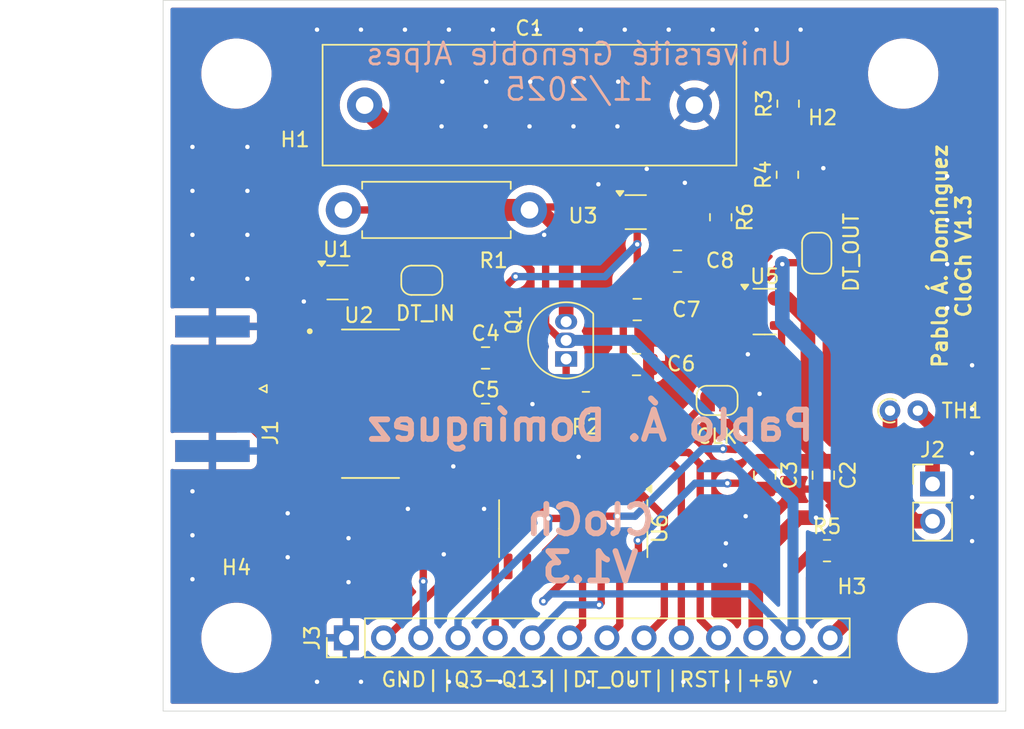
<source format=kicad_pcb>
(kicad_pcb (version 20240108) (generator "pcbnew") (generator_version "8.0")
  (layers (0 "F.Cu" signal) (31 "B.Cu" signal) (34 "B.Paste" user) (35 "F.Paste" user) (36 "B.SilkS" user "B.Silkscreen") (37 "F.SilkS" user "F.Silkscreen") (38 "B.Mask" user) (39 "F.Mask" user) (44 "Edge.Cuts" user))
  (net 0 "")
  (net 1 "Earth")
  (net 2 "+3.3V")
  (net 3 "Net-(J1-In)")
  (net 4 "Net-(J2-Pin_2)")
  (net 5 "Net-(J2-Pin_1)")
  (net 6 "Q4")
  (net 7 "Q7")
  (net 8 "Net-(Q1-D)")
  (net 9 "Q6")
  (net 10 "Q9")
  (net 11 "Q8")
  (net 12 "Q13")
  (net 13 "Q5")
  (net 14 "Q12")
  (net 15 "Q11")
  (net 16 "Q3")
  (net 17 "Net-(JP1-A)")
  (net 18 "DT_OUT")
  (net 19 "Net-(JP2-B)")
  (net 20 "Net-(JP3-B)")
  (net 21 "Net-(JP3-A)")
  (net 22 "RST")
  (net 23 "Net-(Q1-S)")
  (net 24 "Net-(U2-~{Mr})")
  (net 25 "Net-(U3-+)")
  (net 36 "Net-(U6-rs)")
  (footprint "Resistor_SMD:R_0805_2012Metric" (layer "F.Cu") (at 161.85 81.1 90)
    (property "Reference" "R3" (at 0 -1.65 90) (layer "F.SilkS"))
    (property "Value" "100K")
    (pad "1" smd roundrect (at -0.9125 0 90) (size 1.025 1.4) (layers "F.Cu" "F.Paste" "F.Mask") (roundrect_rratio 0.243902) (net 25 "Net-(U3-+)"))
    (pad "2" smd roundrect (at 0.9125 0 90) (size 1.025 1.4) (layers "F.Cu" "F.Paste" "F.Mask") (roundrect_rratio 0.243902) (net 2 "+3.3V"))
  )
  (footprint "Package_TO_SOT_THT:TO-92_Inline" (layer "F.Cu") (at 146.7 98.52 90)
    (property "Reference" "Q1" (at 2.67 -3.6 90) (layer "F.SilkS"))
    (property "Value" "2N7000")
    (pad "1" thru_hole rect (at 0 0 90) (size 1.05 1.5) (drill 0.75) (layers "*.Cu" "*.Mask") (net 23 "Net-(Q1-S)"))
    (pad "2" thru_hole oval (at 1.27 0 90) (size 1.05 1.5) (drill 0.75) (layers "*.Cu" "*.Mask") (net 22 "RST"))
    (pad "3" thru_hole oval (at 2.54 0 90) (size 1.05 1.5) (drill 0.75) (layers "*.Cu" "*.Mask") (net 8 "Net-(Q1-D)"))
  )
  (footprint "Capacitor_SMD:C_0805_2012Metric" (layer "F.Cu") (at 160.25 106.45 -90)
    (property "Reference" "C3" (at 0 -1.68 90) (layer "F.SilkS"))
    (property "Value" "10nF")
    (pad "1" smd roundrect (at -0.95 0 270) (size 1 1.45) (layers "F.Cu" "F.Paste" "F.Mask") (net 2 "+3.3V"))
    (pad "2" smd roundrect (at 0.95 0 270) (size 1 1.45) (layers "F.Cu" "F.Paste" "F.Mask") (net 1 "Earth"))
  )
  (footprint "MountingHole:MountingHole_4.3mm_M4_ISO7380" (layer "F.Cu") (at 171.7 117.55)
    (property "Reference" "H3" (at -5.5 -3.5 0) (layer "F.SilkS"))
    (property "Value" "MountingHole")
    (pad "" np_thru_hole circle (at 0 0) (size 4.3 4.3) (drill 4.3) (layers "*.Cu" "*.Mask"))
  )
  (footprint "Package_TO_SOT_SMD:SOT-353_SC-70-5" (layer "F.Cu") (at 131.1 93.3)
    (property "Reference" "U1" (at 0 -2.25 0) (layer "F.SilkS"))
    (property "Value" "74AHC1G04")
    (pad "1" smd roundrect (at -0.95 -0.65) (size 0.65 0.4) (layers "F.Cu" "F.Paste" "F.Mask"))
    (pad "2" smd roundrect (at -0.95 0) (size 0.65 0.4) (layers "F.Cu" "F.Paste" "F.Mask") (net 22 "RST"))
    (pad "3" smd roundrect (at -0.95 0.65) (size 0.65 0.4) (layers "F.Cu" "F.Paste" "F.Mask") (net 1 "Earth"))
    (pad "4" smd roundrect (at 0.95 0.65) (size 0.65 0.4) (layers "F.Cu" "F.Paste" "F.Mask") (net 24 "Net-(U2-~{Mr})"))
    (pad "5" smd roundrect (at 0.95 -0.65) (size 0.65 0.4) (layers "F.Cu" "F.Paste" "F.Mask") (net 2 "+3.3V"))
  )
  (footprint "cosas:SOIC127P600X175-16N" (layer "F.Cu") (at 133.35 101.575)
    (property "Reference" "U2" (at -0.795 -6.035 0) (layer "F.SilkS"))
    (property "Value" "74LS175")
    (pad "1" smd roundrect (at -2.475 -4.445) (size 1.97 0.6) (layers "F.Cu" "F.Paste" "F.Mask") (roundrect_rratio 0.125) (net 24 "Net-(U2-~{Mr})"))
    (pad "2" smd roundrect (at -2.475 -3.175) (size 1.97 0.6) (layers "F.Cu" "F.Paste" "F.Mask") (roundrect_rratio 0.125) (net 21 "Net-(JP3-A)"))
    (pad "3" smd roundrect (at -2.475 -1.905) (size 1.97 0.6) (layers "F.Cu" "F.Paste" "F.Mask") (roundrect_rratio 0.125))
    (pad "4" smd roundrect (at -2.475 -0.635) (size 1.97 0.6) (layers "F.Cu" "F.Paste" "F.Mask") (roundrect_rratio 0.125) (net 2 "+3.3V"))
    (pad "5" smd roundrect (at -2.475 0.635) (size 1.97 0.6) (layers "F.Cu" "F.Paste" "F.Mask") (roundrect_rratio 0.125))
    (pad "6" smd roundrect (at -2.475 1.905) (size 1.97 0.6) (layers "F.Cu" "F.Paste" "F.Mask") (roundrect_rratio 0.125))
    (pad "7" smd roundrect (at -2.475 3.175) (size 1.97 0.6) (layers "F.Cu" "F.Paste" "F.Mask") (roundrect_rratio 0.125))
    (pad "8" smd roundrect (at -2.475 4.445) (size 1.97 0.6) (layers "F.Cu" "F.Paste" "F.Mask") (roundrect_rratio 0.125) (net 1 "Earth"))
    (pad "9" smd roundrect (at 2.475 4.445) (size 1.97 0.6) (layers "F.Cu" "F.Paste" "F.Mask") (roundrect_rratio 0.125) (net 3 "Net-(J1-In)"))
    (pad "10" smd roundrect (at 2.475 3.175) (size 1.97 0.6) (layers "F.Cu" "F.Paste" "F.Mask") (roundrect_rratio 0.125))
    (pad "11" smd roundrect (at 2.475 1.905) (size 1.97 0.6) (layers "F.Cu" "F.Paste" "F.Mask") (roundrect_rratio 0.125))
    (pad "12" smd roundrect (at 2.475 0.635) (size 1.97 0.6) (layers "F.Cu" "F.Paste" "F.Mask") (roundrect_rratio 0.125))
    (pad "13" smd roundrect (at 2.475 -0.635) (size 1.97 0.6) (layers "F.Cu" "F.Paste" "F.Mask") (roundrect_rratio 0.125))
    (pad "14" smd roundrect (at 2.475 -1.905) (size 1.97 0.6) (layers "F.Cu" "F.Paste" "F.Mask") (roundrect_rratio 0.125))
    (pad "15" smd roundrect (at 2.475 -3.175) (size 1.97 0.6) (layers "F.Cu" "F.Paste" "F.Mask") (roundrect_rratio 0.125))
    (pad "16" smd roundrect (at 2.475 -4.445) (size 1.97 0.6) (layers "F.Cu" "F.Paste" "F.Mask") (roundrect_rratio 0.125) (net 2 "+3.3V"))
  )
  (footprint "Capacitor_SMD:C_0805_2012Metric" (layer "F.Cu") (at 141.2 102.3)
    (property "Reference" "C5" (at 0 -1.68 0) (layer "F.SilkS"))
    (property "Value" "10nF")
    (pad "1" smd roundrect (at -0.95 0) (size 1 1.45) (layers "F.Cu" "F.Paste" "F.Mask") (net 2 "+3.3V"))
    (pad "2" smd roundrect (at 0.95 0) (size 1 1.45) (layers "F.Cu" "F.Paste" "F.Mask") (net 1 "Earth"))
  )
  (footprint "Jumper:SolderJumper-2_P1.3mm_Open_RoundedPad1.0x1.5mm" (layer "F.Cu") (at 157 101.35)
    (property "Reference" "JP2" (hide yes))
    (property "Value" "Jumper_2_Open")
    (property "Description" "CLK" (at 0 2.45 0) (layer "F.SilkS"))
    (pad "1" smd custom (at -0.65 0) (size 1 0.5) (layers "F.Cu" "F.Mask") (net 3 "Net-(J1-In)") (options (clearance outline) (anchor rect)) (primitives (gr_circle (center 0 0.25) (end 0.5 0.25) (width 0) (fill yes)) (gr_circle (center 0 -0.25) (end 0.5 -0.25) (width 0) (fill yes)) (gr_poly (pts (xy 0.5 0.75) (xy 0 0.75) (xy 0 -0.75) (xy 0.5 -0.75)) (width 0) (fill yes))))
    (pad "2" smd custom (at 0.65 0) (size 1 0.5) (layers "F.Cu" "F.Mask") (net 19 "Net-(JP2-B)") (options (clearance outline) (anchor rect)) (primitives (gr_circle (center 0 0.25) (end 0.5 0.25) (width 0) (fill yes)) (gr_circle (center 0 -0.25) (end 0.5 -0.25) (width 0) (fill yes)) (gr_poly (pts (xy 0 0.75) (xy -0.5 0.75) (xy -0.5 -0.75) (xy 0 -0.75)) (width 0) (fill yes))))
  )
  (footprint "Package_TO_SOT_SMD:SC-74A-5_1.55x2.9mm_P0.95mm" (layer "F.Cu") (at 160.25 95.2875)
    (property "Reference" "U5" (at 0 -2.4 0) (layer "F.SilkS"))
    (property "Value" "74AHC1G08")
    (pad "1" smd roundrect (at -1.15 -0.95) (size 1.6 0.6) (layers "F.Cu" "F.Paste" "F.Mask") (net 18 "DT_OUT"))
    (pad "2" smd roundrect (at -1.15 0) (size 1.6 0.6) (layers "F.Cu" "F.Paste" "F.Mask") (net 19 "Net-(JP2-B)"))
    (pad "3" smd roundrect (at -1.15 0.95) (size 1.6 0.6) (layers "F.Cu" "F.Paste" "F.Mask") (net 1 "Earth"))
    (pad "4" smd roundrect (at 1.15 0.95) (size 1.6 0.6) (layers "F.Cu" "F.Paste" "F.Mask") (net 36 "Net-(U6-rs)"))
    (pad "5" smd roundrect (at 1.15 -0.95) (size 1.6 0.6) (layers "F.Cu" "F.Paste" "F.Mask") (net 2 "+3.3V"))
  )
  (footprint "Resistor_SMD:R_0805_2012Metric" (layer "F.Cu") (at 164.5 111.6)
    (property "Reference" "R5" (at 0 -1.65 0) (layer "F.SilkS"))
    (property "Value" "100k")
    (pad "1" smd roundrect (at -0.9125 0) (size 1.025 1.4) (layers "F.Cu" "F.Paste" "F.Mask") (roundrect_rratio 0.243902) (net 22 "RST"))
    (pad "2" smd roundrect (at 0.9125 0) (size 1.025 1.4) (layers "F.Cu" "F.Paste" "F.Mask") (roundrect_rratio 0.243902) (net 1 "Earth"))
  )
  (footprint "Jumper:SolderJumper-2_P1.3mm_Open_RoundedPad1.0x1.5mm" (layer "F.Cu") (at 136.85 93.15)
    (property "Reference" "JP3" (hide yes))
    (property "Value" "Jumper_2_Open")
    (property "Description" "DT_IN" (at 0.25 2.25 0) (layer "F.SilkS"))
    (pad "1" smd custom (at -0.65 0) (size 1 0.5) (layers "F.Cu" "F.Mask") (net 21 "Net-(JP3-A)") (options (clearance outline) (anchor rect)) (primitives (gr_circle (center 0 0.25) (end 0.5 0.25) (width 0) (fill yes)) (gr_circle (center 0 -0.25) (end 0.5 -0.25) (width 0) (fill yes)) (gr_poly (pts (xy 0.5 0.75) (xy 0 0.75) (xy 0 -0.75) (xy 0.5 -0.75)) (width 0) (fill yes))))
    (pad "2" smd custom (at 0.65 0) (size 1 0.5) (layers "F.Cu" "F.Mask") (net 20 "Net-(JP3-B)") (options (clearance outline) (anchor rect)) (primitives (gr_circle (center 0 0.25) (end 0.5 0.25) (width 0) (fill yes)) (gr_circle (center 0 -0.25) (end 0.5 -0.25) (width 0) (fill yes)) (gr_poly (pts (xy 0 0.75) (xy -0.5 0.75) (xy -0.5 -0.75) (xy 0 -0.75)) (width 0) (fill yes))))
  )
  (footprint "Connector_PinHeader_2.54mm:PinHeader_1x02_P2.54mm_Vertical" (layer "F.Cu") (at 171.705 107.05)
    (property "Reference" "J2" (at 0 -2.33 0) (layer "F.SilkS"))
    (property "Value" "Conn_01x02_Pin")
    (pad "1" thru_hole rect (at 0 0) (size 1.7 1.7) (drill 1) (layers "*.Cu" "*.Mask") (net 5 "Net-(J2-Pin_1)"))
    (pad "2" thru_hole oval (at 0 2.54) (size 1.7 1.7) (drill 1) (layers "*.Cu" "*.Mask") (net 4 "Net-(J2-Pin_2)"))
  )
  (footprint "Resistor_SMD:R_0805_2012Metric" (layer "F.Cu") (at 161.8 85.95 90)
    (property "Reference" "R4" (at 0 -1.65 90) (layer "F.SilkS"))
    (property "Value" "220K")
    (pad "1" smd roundrect (at -0.9125 0 90) (size 1.025 1.4) (layers "F.Cu" "F.Paste" "F.Mask") (roundrect_rratio 0.243902) (net 1 "Earth"))
    (pad "2" smd roundrect (at 0.9125 0 90) (size 1.025 1.4) (layers "F.Cu" "F.Paste" "F.Mask") (roundrect_rratio 0.243902) (net 25 "Net-(U3-+)"))
  )
  (footprint "Connector_PinHeader_2.54mm:PinHeader_1x14_P2.54mm_Vertical" (layer "F.Cu") (at 131.7 117.55 90)
    (property "Reference" "J3" (at 0 -2.33 90) (layer "F.SilkS"))
    (property "Value" "Conn_01x14_Pin")
    (property "Description" "GND||Q3-Q13||DT_OUT||RST||+5V" (at -2.85 16.4 0) (layer "F.SilkS"))
    (pad "1" thru_hole rect (at 0 0 90) (size 1.7 1.7) (drill 1) (layers "*.Cu" "*.Mask") (net 1 "Earth"))
    (pad "2" thru_hole oval (at 0 2.54 90) (size 1.7 1.7) (drill 1) (layers "*.Cu" "*.Mask") (net 16 "Q3"))
    (pad "3" thru_hole oval (at 0 5.08 90) (size 1.7 1.7) (drill 1) (layers "*.Cu" "*.Mask") (net 6 "Q4"))
    (pad "4" thru_hole oval (at 0 7.62 90) (size 1.7 1.7) (drill 1) (layers "*.Cu" "*.Mask") (net 13 "Q5"))
    (pad "5" thru_hole oval (at 0 10.16 90) (size 1.7 1.7) (drill 1) (layers "*.Cu" "*.Mask") (net 9 "Q6"))
    (pad "6" thru_hole oval (at 0 12.7 90) (size 1.7 1.7) (drill 1) (layers "*.Cu" "*.Mask") (net 7 "Q7"))
    (pad "7" thru_hole oval (at 0 15.24 90) (size 1.7 1.7) (drill 1) (layers "*.Cu" "*.Mask") (net 11 "Q8"))
    (pad "8" thru_hole oval (at 0 17.78 90) (size 1.7 1.7) (drill 1) (layers "*.Cu" "*.Mask") (net 10 "Q9"))
    (pad "9" thru_hole oval (at 0 20.32 90) (size 1.7 1.7) (drill 1) (layers "*.Cu" "*.Mask") (net 15 "Q11"))
    (pad "10" thru_hole oval (at 0 22.86 90) (size 1.7 1.7) (drill 1) (layers "*.Cu" "*.Mask") (net 14 "Q12"))
    (pad "11" thru_hole oval (at 0 25.4 90) (size 1.7 1.7) (drill 1) (layers "*.Cu" "*.Mask") (net 12 "Q13"))
    (pad "12" thru_hole oval (at 0 27.94 90) (size 1.7 1.7) (drill 1) (layers "*.Cu" "*.Mask") (net 18 "DT_OUT"))
    (pad "13" thru_hole oval (at 0 30.48 90) (size 1.7 1.7) (drill 1) (layers "*.Cu" "*.Mask") (net 22 "RST"))
    (pad "14" thru_hole oval (at 0 33.02 90) (size 1.7 1.7) (drill 1) (layers "*.Cu" "*.Mask") (net 2 "+3.3V"))
  )
  (footprint "MountingHole:MountingHole_4.3mm_M4_ISO7380" (layer "F.Cu") (at 169.7 79.05)
    (property "Reference" "H2" (at -5.5 3 0) (layer "F.SilkS"))
    (property "Value" "MountingHole")
    (pad "" np_thru_hole circle (at 0 0) (size 4.3 4.3) (drill 4.3) (layers "*.Cu" "*.Mask"))
  )
  (footprint "Package_TO_SOT_SMD:SOT-353_SC-70-5" (layer "F.Cu") (at 151.45 88.5)
    (property "Reference" "U3" (at -3.6 0.25 0) (layer "F.SilkS"))
    (property "Value" "LMV331")
    (pad "1" smd roundrect (at -0.95 -0.65) (size 0.65 0.4) (layers "F.Cu" "F.Paste" "F.Mask") (net 25 "Net-(U3-+)"))
    (pad "2" smd roundrect (at -0.95 0) (size 0.65 0.4) (layers "F.Cu" "F.Paste" "F.Mask") (net 1 "Earth"))
    (pad "3" smd roundrect (at -0.95 0.65) (size 0.65 0.4) (layers "F.Cu" "F.Paste" "F.Mask") (net 8 "Net-(Q1-D)"))
    (pad "4" smd roundrect (at 0.95 0.65) (size 0.65 0.4) (layers "F.Cu" "F.Paste" "F.Mask") (net 17 "Net-(JP1-A)"))
    (pad "5" smd roundrect (at 0.95 -0.65) (size 0.65 0.4) (layers "F.Cu" "F.Paste" "F.Mask") (net 2 "+3.3V"))
  )
  (footprint "Resistor_THT:R_Axial_DIN0411_L9.9mm_D3.6mm_P12.70mm_Horizontal" (layer "F.Cu") (at 131.5 88.35)
    (property "Reference" "R1" (at 10.25 3.45 0) (layer "F.SilkS"))
    (property "Value" "1M")
    (pad "1" thru_hole circle (at 0 0) (size 2.4 2.4) (drill 1.2) (layers "*.Cu" "*.Mask") (net 20 "Net-(JP3-B)"))
    (pad "2" thru_hole oval (at 12.7 0) (size 2.4 2.4) (drill 1.2) (layers "*.Cu" "*.Mask") (net 8 "Net-(Q1-D)"))
  )
  (footprint "MountingHole:MountingHole_4.3mm_M4_ISO7380" (layer "F.Cu") (at 124.2 79.05)
    (property "Reference" "H1" (at 4 4.5 0) (layer "F.SilkS"))
    (property "Value" "MountingHole")
    (pad "" np_thru_hole circle (at 0 0) (size 4.3 4.3) (drill 4.3) (layers "*.Cu" "*.Mask"))
  )
  (footprint "Capacitor_SMD:C_0805_2012Metric" (layer "F.Cu") (at 151.5 98.9)
    (property "Reference" "C6" (at 3.05 -0.05 360) (layer "F.SilkS"))
    (property "Value" "100nF")
    (pad "1" smd roundrect (at -0.95 0) (size 1 1.45) (layers "F.Cu" "F.Paste" "F.Mask") (net 2 "+3.3V"))
    (pad "2" smd roundrect (at 0.95 0) (size 1 1.45) (layers "F.Cu" "F.Paste" "F.Mask") (net 1 "Earth"))
  )
  (footprint "Capacitor_SMD:C_0805_2012Metric" (layer "F.Cu") (at 154.3 91.85 180)
    (property "Reference" "C8" (at -2.9 0.05 360) (layer "F.SilkS"))
    (property "Value" "2.2uF")
    (pad "1" smd roundrect (at -0.95 0 180) (size 1 1.45) (layers "F.Cu" "F.Paste" "F.Mask") (net 17 "Net-(JP1-A)"))
    (pad "2" smd roundrect (at 0.95 0 180) (size 1 1.45) (layers "F.Cu" "F.Paste" "F.Mask") (net 1 "Earth"))
  )
  (footprint "Package_SO:SO-16_3.9x9.9mm_P1.27mm" (layer "F.Cu") (at 147.185 110.1 -90)
    (property "Reference" "U6" (at 0 -5.9 90) (layer "F.SilkS"))
    (property "Value" "74HC4060")
    (pad "1" smd roundrect (at -2.575 -4.445 270) (size 1.75 0.6) (layers "F.Cu" "F.Paste" "F.Mask") (net 15 "Q11"))
    (pad "2" smd roundrect (at -2.575 -3.175 270) (size 1.75 0.6) (layers "F.Cu" "F.Paste" "F.Mask") (net 14 "Q12"))
    (pad "3" smd roundrect (at -2.575 -1.905 270) (size 1.75 0.6) (layers "F.Cu" "F.Paste" "F.Mask") (net 12 "Q13"))
    (pad "4" smd roundrect (at -2.575 -0.635 270) (size 1.75 0.6) (layers "F.Cu" "F.Paste" "F.Mask") (net 13 "Q5"))
    (pad "5" smd roundrect (at -2.575 0.635 270) (size 1.75 0.6) (layers "F.Cu" "F.Paste" "F.Mask") (net 6 "Q4"))
    (pad "6" smd roundrect (at -2.575 1.905 270) (size 1.75 0.6) (layers "F.Cu" "F.Paste" "F.Mask") (net 9 "Q6"))
    (pad "7" smd roundrect (at -2.575 3.175 270) (size 1.75 0.6) (layers "F.Cu" "F.Paste" "F.Mask") (net 16 "Q3"))
    (pad "8" smd roundrect (at -2.575 4.445 270) (size 1.75 0.6) (layers "F.Cu" "F.Paste" "F.Mask") (net 1 "Earth"))
    (pad "9" smd roundrect (at 2.575 4.445 270) (size 1.75 0.6) (layers "F.Cu" "F.Paste" "F.Mask"))
    (pad "10" smd roundrect (at 2.575 3.175 270) (size 1.75 0.6) (layers "F.Cu" "F.Paste" "F.Mask"))
    (pad "11" smd roundrect (at 2.575 1.905 270) (size 1.75 0.6) (layers "F.Cu" "F.Paste" "F.Mask") (net 36 "Net-(U6-rs)"))
    (pad "12" smd roundrect (at 2.575 0.635 270) (size 1.75 0.6) (layers "F.Cu" "F.Paste" "F.Mask") (net 22 "RST"))
    (pad "13" smd roundrect (at 2.575 -0.635 270) (size 1.75 0.6) (layers "F.Cu" "F.Paste" "F.Mask") (net 11 "Q8"))
    (pad "14" smd roundrect (at 2.575 -1.905 270) (size 1.75 0.6) (layers "F.Cu" "F.Paste" "F.Mask") (net 7 "Q7"))
    (pad "15" smd roundrect (at 2.575 -3.175 270) (size 1.75 0.6) (layers "F.Cu" "F.Paste" "F.Mask") (net 10 "Q9"))
    (pad "16" smd roundrect (at 2.575 -4.445 270) (size 1.75 0.6) (layers "F.Cu" "F.Paste" "F.Mask") (net 2 "+3.3V"))
  )
  (footprint "Jumper:SolderJumper-2_P1.3mm_Open_RoundedPad1.0x1.5mm" (layer "F.Cu") (at 163.8 91.3 -90)
    (property "Reference" "JP1" (hide yes))
    (property "Value" "Jumper_2_Open")
    (property "Description" "DT_OUT" (at -0.05 -2.35 90) (layer "F.SilkS"))
    (pad "1" smd custom (at -0.65 0 270) (size 1 0.5) (layers "F.Cu" "F.Mask") (net 17 "Net-(JP1-A)") (options (clearance outline) (anchor rect)) (primitives (gr_circle (center 0 0.25) (end 0.5 0.25) (width 0) (fill yes)) (gr_circle (center 0 -0.25) (end 0.5 -0.25) (width 0) (fill yes)) (gr_poly (pts (xy 0.5 0.75) (xy 0 0.75) (xy 0 -0.75) (xy 0.5 -0.75)) (width 0) (fill yes))))
    (pad "2" smd custom (at 0.65 0 270) (size 1 0.5) (layers "F.Cu" "F.Mask") (net 18 "DT_OUT") (options (clearance outline) (anchor rect)) (primitives (gr_circle (center 0 0.25) (end 0.5 0.25) (width 0) (fill yes)) (gr_circle (center 0 -0.25) (end 0.5 -0.25) (width 0) (fill yes)) (gr_poly (pts (xy 0 0.75) (xy -0.5 0.75) (xy -0.5 -0.75) (xy 0 -0.75)) (width 0) (fill yes))))
  )
  (footprint "Connector_Coaxial:SMA_Amphenol_132289_EdgeMount" (layer "F.Cu") (at 122.5625 100.55 180)
    (property "Reference" "J1" (at -3.96 -3 90) (layer "F.SilkS"))
    (property "Value" "Conn_Coaxial")
    (pad "1" smd rect (at 0 0 270) (size 1.5 5.08) (layers "F.Cu" "F.Paste" "F.Mask") (net 3 "Net-(J1-In)"))
    (pad "2" smd rect (at 0 -4.25 270) (size 1.5 5.08) (layers "F.Cu" "F.Paste" "F.Mask") (net 1 "Earth"))
    (pad "2" smd rect (at 0 -4.25 270) (size 1.5 5.08) (layers "B.Cu" "B.Paste" "B.Mask") (net 1 "Earth"))
    (pad "2" smd rect (at 0 4.25 270) (size 1.5 5.08) (layers "F.Cu" "F.Paste" "F.Mask") (net 1 "Earth"))
    (pad "2" smd rect (at 0 4.25 270) (size 1.5 5.08) (layers "B.Cu" "B.Paste" "B.Mask") (net 1 "Earth"))
  )
  (footprint "MountingHole:MountingHole_4.3mm_M4_ISO7380" (layer "F.Cu") (at 124.2 117.55)
    (property "Reference" "H4" (at 0 -4.8 0) (layer "F.SilkS"))
    (property "Value" "MountingHole")
    (pad "" np_thru_hole circle (at 0 0) (size 4.3 4.3) (drill 4.3) (layers "*.Cu" "*.Mask"))
  )
  (footprint "Capacitor_SMD:C_0805_2012Metric" (layer "F.Cu") (at 164.25 106.45 -90)
    (property "Reference" "C2" (at 0 -1.68 90) (layer "F.SilkS"))
    (property "Value" "100nF")
    (pad "1" smd roundrect (at -0.95 0 270) (size 1 1.45) (layers "F.Cu" "F.Paste" "F.Mask") (net 2 "+3.3V"))
    (pad "2" smd roundrect (at 0.95 0 270) (size 1 1.45) (layers "F.Cu" "F.Paste" "F.Mask") (net 1 "Earth"))
  )
  (footprint "Capacitor_THT:C_Rect_L28.0mm_W8.0mm_P22.50mm_MKS4" (layer "F.Cu") (at 132.95 81.2)
    (property "Reference" "C1" (at 11.25 -5.25 0) (layer "F.SilkS"))
    (property "Value" "12uF")
    (pad "1" thru_hole circle (at 0 0) (size 2.4 2.4) (drill 1.2) (layers "*.Cu" "*.Mask") (net 8 "Net-(Q1-D)"))
    (pad "2" thru_hole circle (at 22.5 0) (size 2.4 2.4) (drill 1.2) (layers "*.Cu" "*.Mask") (net 1 "Earth"))
  )
  (footprint "Resistor_SMD:R_0805_2012Metric" (layer "F.Cu") (at 157.25 88.85 -90)
    (property "Reference" "R6" (at 0 -1.65 90) (layer "F.SilkS"))
    (property "Value" "100k")
    (pad "1" smd roundrect (at -0.9125 0 270) (size 1.025 1.4) (layers "F.Cu" "F.Paste" "F.Mask") (roundrect_rratio 0.243902) (net 2 "+3.3V"))
    (pad "2" smd roundrect (at 0.9125 0 270) (size 1.025 1.4) (layers "F.Cu" "F.Paste" "F.Mask") (roundrect_rratio 0.243902) (net 17 "Net-(JP1-A)"))
  )
  (footprint "Resistor_THT:R_Axial_DIN0204_L3.6mm_D1.6mm_P1.90mm_Vertical" (layer "F.Cu") (at 168.8 102.05)
    (property "Reference" "TH1" (at 4.905 0 0) (layer "F.SilkS"))
    (property "Value" "PT1000")
    (pad "1" thru_hole circle (at 0 0) (size 1.4 1.4) (drill 0.7) (layers "*.Cu" "*.Mask") (net 4 "Net-(J2-Pin_2)"))
    (pad "2" thru_hole oval (at 1.9 0) (size 1.4 1.4) (drill 0.7) (layers "*.Cu" "*.Mask") (net 5 "Net-(J2-Pin_1)"))
  )
  (footprint "Capacitor_SMD:C_0805_2012Metric" (layer "F.Cu") (at 151.55 95.15)
    (property "Reference" "C7" (at 3.35 0 360) (layer "F.SilkS"))
    (property "Value" "10nF")
    (pad "1" smd roundrect (at -0.95 0) (size 1 1.45) (layers "F.Cu" "F.Paste" "F.Mask") (net 2 "+3.3V"))
    (pad "2" smd roundrect (at 0.95 0) (size 1 1.45) (layers "F.Cu" "F.Paste" "F.Mask") (net 1 "Earth"))
  )
  (footprint "Resistor_SMD:R_0805_2012Metric" (layer "F.Cu") (at 148.05 101.5 180)
    (property "Reference" "R2" (at 0 -1.65 0) (layer "F.SilkS"))
    (property "Value" "10R")
    (pad "1" smd roundrect (at -0.9125 0 180) (size 1.025 1.4) (layers "F.Cu" "F.Paste" "F.Mask") (roundrect_rratio 0.243902) (net 1 "Earth"))
    (pad "2" smd roundrect (at 0.9125 0 180) (size 1.025 1.4) (layers "F.Cu" "F.Paste" "F.Mask") (roundrect_rratio 0.243902) (net 23 "Net-(Q1-S)"))
  )
  (footprint "Capacitor_SMD:C_0805_2012Metric" (layer "F.Cu") (at 141.2 98.45)
    (property "Reference" "C4" (at 0 -1.68 0) (layer "F.SilkS"))
    (property "Value" "1uF")
    (pad "1" smd roundrect (at -0.95 0) (size 1 1.45) (layers "F.Cu" "F.Paste" "F.Mask") (net 2 "+3.3V"))
    (pad "2" smd roundrect (at 0.95 0) (size 1 1.45) (layers "F.Cu" "F.Paste" "F.Mask") (net 1 "Earth"))
  )
  (gr_line (start 176.7 74.05) (end 176.7 122.55) (stroke (width 0.05)) (layer "Edge.Cuts"))
  (gr_line (start 176.7 122.55) (end 119.2 122.55) (stroke (width 0.05)) (layer "Edge.Cuts"))
  (gr_line (start 119.2 74.05) (end 176.7 74.05) (stroke (width 0.05)) (layer "Edge.Cuts"))
  (gr_line (start 119.2 122.55) (end 119.2 74.05) (stroke (width 0.05)) (layer "Edge.Cuts"))
  (gr_text "Pablo Á. Domínguez\n\nCloCh\nV1.3" (at 148.35 113.9 0) (layer "B.SilkS") (effects (font (size 2 2) (thickness 0.4) (bold yes)) (justify bottom mirror)))
  (gr_text "Université Grenoble Alpes\n11/2025" (at 147.6 81 0) (layer "B.SilkS") (effects (font (size 1.5 1.5) (thickness 0.1875)) (justify bottom mirror)))
  (gr_text "Pablo Á. Domínguez\nCloCh V1.3" (at 174.4 91.5 90) (layer "F.SilkS") (effects (font (size 1 1) (thickness 0.2) (bold yes)) (justify bottom)))
  (segment (start 150.175001 88.5) (end 148.9 87.224999) (width 0.25) (layer "F.Cu") (net 1))
  (segment (start 142.15 102.3) (end 142.85 101.6) (width 0.5) (layer "F.Cu") (net 1))
  (segment (start 142.85 101.6) (end 144.4 101.6) (width 0.5) (layer "F.Cu") (net 1))
  (segment (start 165.5 108.65) (end 164.25 107.4) (width 1) (layer "F.Cu") (net 1))
  (segment (start 150.5 88.5) (end 150.175001 88.5) (width 0.25) (layer "F.Cu") (net 1))
  (segment (start 165.5 111.5125) (end 165.5 108.65) (width 1) (layer "F.Cu") (net 1))
  (segment (start 165.4125 111.6) (end 165.5 111.5125) (width 1) (layer "F.Cu") (net 1))
  (segment (start 144.4 101.6) (end 144.45 101.6) (width 0.5) (layer "F.Cu") (net 1))
  (segment (start 129.45 93.95) (end 128.8 94.6) (width 0.25) (layer "F.Cu") (net 1))
  (segment (start 130.15 93.95) (end 129.45 93.95) (width 0.25) (layer "F.Cu") (net 1))
  (segment (start 148.9 87.224999) (end 148.9 86.6) (width 0.25) (layer "F.Cu") (net 1))
  (via (at 127.7 109.05) (size 0.6) (drill 0.3) (layers "F.Cu" "B.Cu") (net 1))
  (via (at 172.7 92.05) (size 0.6) (drill 0.3) (layers "F.Cu" "B.Cu") (net 1))
  (via (at 139 105.85) (size 0.6) (drill 0.3) (layers "F.Cu" "B.Cu") (net 1))
  (via (at 141.2 82.65) (size 0.6) (drill 0.3) (layers "F.Cu" "B.Cu") (net 1))
  (via (at 153.7 76.05) (size 0.6) (drill 0.3) (layers "F.Cu" "B.Cu") (net 1))
  (via (at 151.2 120.55) (size 0.6) (drill 0.3) (layers "F.Cu" "B.Cu") (net 1))
  (via (at 145.2 120.55) (size 0.6) (drill 0.3) (layers "F.Cu" "B.Cu") (net 1))
  (via (at 150.25 79.6) (size 0.6) (drill 0.3) (layers "F.Cu" "B.Cu") (net 1))
  (via (at 138.7 120.55) (size 0.6) (drill 0.3) (layers "F.Cu" "B.Cu") (net 1))
  (via (at 138.7 76.05) (size 0.6) (drill 0.3) (layers "F.Cu" "B.Cu") (net 1))
  (via (at 174.4 107.95) (size 0.6) (drill 0.3) (layers "F.Cu" "B.Cu") (net 1))
  (via (at 147.55 105.2) (size 0.6) (drill 0.3) (layers "F.Cu" "B.Cu") (net 1))
  (via (at 124.95 93.05) (size 0.6) (drill 0.3) (layers "F.Cu" "B.Cu") (net 1))
  (via (at 135.7 76.05) (size 0.6) (drill 0.3) (layers "F.Cu" "B.Cu") (net 1))
  (via (at 174.4 110.95) (size 0.6) (drill 0.3) (layers "F.Cu" "B.Cu") (net 1))
  (via (at 157.6 111.1) (size 0.6) (drill 0.3) (layers "F.Cu" "B.Cu") (net 1))
  (via (at 172.7 89.05) (size 0.6) (drill 0.3) (layers "F.Cu" "B.Cu") (net 1))
  (via (at 138.2 82.65) (size 0.6) (drill 0.3) (layers "F.Cu" "B.Cu") (net 1))
  (via (at 150.7 76.05) (size 0.6) (drill 0.3) (layers "F.Cu" "B.Cu") (net 1))
  (via (at 135.9 108.75) (size 0.6) (drill 0.3) (layers "F.Cu" "B.Cu") (net 1))
  (via (at 174.4 101.95) (size 0.6) (drill 0.3) (layers "F.Cu" "B.Cu") (net 1))
  (via (at 154.8 86.5) (size 0.6) (drill 0.3) (layers "F.Cu" "B.Cu") (net 1))
  (via (at 154.7 120.55) (size 0.6) (drill 0.3) (layers "F.Cu" "B.Cu") (net 1))
  (via (at 158.95 109.25) (size 0.6) (drill 0.3) (layers "F.Cu" "B.Cu") (net 1))
  (via (at 135.7 120.55) (size 0.6) (drill 0.3) (layers "F.Cu" "B.Cu") (net 1))
  (via (at 160.7 120.55) (size 0.6) (drill 0.3) (layers "F.Cu" "B.Cu") (net 1))
  (via (at 141.1 108.75) (size 0.6) (drill 0.3) (layers "F.Cu" "B.Cu") (net 1))
  (via (at 147.25 79.6) (size 0.6) (drill 0.3) (layers "F.Cu" "B.Cu") (net 1))
  (via (at 121.2 113.55) (size 0.6) (drill 0.3) (layers "F.Cu" "B.Cu") (net 1))
  (via (at 159.7 76.05) (size 0.6) (drill 0.3) (layers "F.Cu" "B.Cu") (net 1))
  (via (at 124.95 87.05) (size 0.6) (drill 0.3) (layers "F.Cu" "B.Cu") (net 1))
  (via (at 131.85 110.75) (size 0.6) (drill 0.3) (layers "F.Cu" "B.Cu") (net 1))
  (via (at 127.7 112.05) (size 0.6) (drill 0.3) (layers "F.Cu" "B.Cu") (net 1))
  (via (at 147.7 76.05) (size 0.6) (drill 0.3) (layers "F.Cu" "B.Cu") (net 1))
  (via (at 132.7 76.05) (size 0.6) (drill 0.3) (layers "F.Cu" "B.Cu") (net 1))
  (via (at 163.7 120.55) (size 0.6) (drill 0.3) (layers "F.Cu" "B.Cu") (net 1))
  (via (at 121.2 110.55) (size 0.6) (drill 0.3) (layers "F.Cu" "B.Cu") (net 1))
  (via (at 132.7 120.55) (size 0.6) (drill 0.3) (layers "F.Cu" "B.Cu") (net 1))
  (via (at 142.2 120.55) (size 0.6) (drill 0.3) (layers "F.Cu" "B.Cu") (net 1))
  (via (at 129.7 120.55) (size 0.6) (drill 0.3) (layers "F.Cu" "B.Cu") (net 1))
  (via (at 121.2 93.05) (size 0.6) (drill 0.3) (layers "F.Cu" "B.Cu") (net 1))
  (via (at 144.25 79.6) (size 0.6) (drill 0.3) (layers "F.Cu" "B.Cu") (net 1))
  (via (at 138.35 111.85) (size 0.6) (drill 0.3) (layers "F.Cu" "B.Cu") (net 1))
  (via (at 156.7 76.05) (size 0.6) (drill 0.3) (layers "F.Cu" "B.Cu") (net 1))
  (via (at 144.4 101.6) (size 0.6) (drill 0.3) (layers "F.Cu" "B.Cu") (net 1))
  (via (at 121.2 107.55) (size 0.6) (drill 0.3) (layers "F.Cu" "B.Cu") (net 1))
  (via (at 157.7 120.55) (size 0.6) (drill 0.3) (layers "F.Cu" "B.Cu") (net 1))
  (via (at 174.4 98.95) (size 0.6) (drill 0.3) (layers "F.Cu" "B.Cu") (net 1))
  (via (at 159.1 98.2) (size 0.6) (drill 0.3) (layers "F.Cu" "B.Cu") (net 1))
  (via (at 129.7 76.05) (size 0.6) (drill 0.3) (layers "F.Cu" "B.Cu") (net 1))
  (via (at 128.8 94.6) (size 0.6) (drill 0.3) (layers "F.Cu" "B.Cu") (net 1))
  (via (at 157.55 112.6) (size 0.6) (drill 0.3) (layers "F.Cu" "B.Cu") (net 1))
  (via (at 172.7 86.05) (size 0.6) (drill 0.3) (layers "F.Cu" "B.Cu") (net 1))
  (via (at 148.9 86.6) (size 0.6) (drill 0.3) (layers "F.Cu" "B.Cu") (net 1))
  (via (at 145.2 90.05) (size 0.6) (drill 0.3) (layers "F.Cu" "B.Cu") (net 1))
  (via (at 138.25 79.6) (size 0.6) (drill 0.3) (layers "F.Cu" "B.Cu") (net 1))
  (via (at 144.2 82.65) (size 0.6) (drill 0.3) (layers "F.Cu" "B.Cu") (net 1))
  (via (at 124.95 84.05) (size 0.6) (drill 0.3) (layers "F.Cu" "B.Cu") (net 1))
  (via (at 141.7 76.05) (size 0.6) (drill 0.3) (layers "F.Cu" "B.Cu") (net 1))
  (via (at 121.2 84.05) (size 0.6) (drill 0.3) (layers "F.Cu" "B.Cu") (net 1))
  (via (at 124.95 90.05) (size 0.6) (drill 0.3) (layers "F.Cu" "B.Cu") (net 1))
  (via (at 152.2 85.55) (size 0.6) (drill 0.3) (layers "F.Cu" "B.Cu") (net 1))
  (via (at 150.2 82.65) (size 0.6) (drill 0.3) (layers "F.Cu" "B.Cu") (net 1))
  (via (at 121.2 87.05) (size 0.6) (drill 0.3) (layers "F.Cu" "B.Cu") (net 1))
  (via (at 172.7 95.05) (size 0.6) (drill 0.3) (layers "F.Cu" "B.Cu") (net 1))
  (via (at 164.25 85.5) (size 0.6) (drill 0.3) (layers "F.Cu" "B.Cu") (net 1))
  (via (at 162.7 76.05) (size 0.6) (drill 0.3) (layers "F.Cu" "B.Cu") (net 1))
  (via (at 174.4 104.95) (size 0.6) (drill 0.3) (layers "F.Cu" "B.Cu") (net 1))
  (via (at 147.2 82.65) (size 0.6) (drill 0.3) (layers "F.Cu" "B.Cu") (net 1))
  (via (at 148.2 120.55) (size 0.6) (drill 0.3) (layers "F.Cu" "B.Cu") (net 1))
  (via (at 131.85 113.75) (size 0.6) (drill 0.3) (layers "F.Cu" "B.Cu") (net 1))
  (via (at 121.2 90.05) (size 0.6) (drill 0.3) (layers "F.Cu" "B.Cu") (net 1))
  (via (at 159.9 100.9) (size 0.6) (drill 0.3) (layers "F.Cu" "B.Cu") (net 1))
  (via (at 141.25 79.6) (size 0.6) (drill 0.3) (layers "F.Cu" "B.Cu") (net 1))
  (via (at 144.7 76.05) (size 0.6) (drill 0.3) (layers "F.Cu" "B.Cu") (net 1))
  (segment (start 150.6 95.15) (end 150.6 98.85) (width 0.5) (layer "F.Cu") (net 2))
  (segment (start 163.2 95.837501) (end 163.2 104.45) (width 1) (layer "F.Cu") (net 2))
  (segment (start 131.1 95.4) (end 130.35 96.15) (width 0.5) (layer "F.Cu") (net 2))
  (segment (start 164.85 105.5) (end 167.6 108.25) (width 1) (layer "F.Cu") (net 2))
  (segment (start 161.749999 94.3875) (end 160.95 94.3875) (width 1) (layer "F.Cu") (net 2))
  (segment (start 157.7 107) (end 158.75 107) (width 0.5) (layer "F.Cu") (net 2))
  (segment (start 128.7 97.2) (end 128.7 99.51) (width 0.5) (layer "F.Cu") (net 2))
  (segment (start 152.4 87.85) (end 151.55 88.7) (width 0.5) (layer "F.Cu") (net 2))
  (segment (start 150.6 98.85) (end 150.55 98.9) (width 0.5) (layer "F.Cu") (net 2))
  (segment (start 130.35 96.15) (end 129.75 96.15) (width 0.5) (layer "F.Cu") (net 2))
  (segment (start 151.55 88.7) (end 151.55 90.7) (width 0.5) (layer "F.Cu") (net 2))
  (segment (start 157.8625 88.55) (end 157.25 87.9375) (width 1) (layer "F.Cu") (net 2))
  (segment (start 132.05 92.65) (end 131.9 92.65) (width 0.5) (layer "F.Cu") (net 2))
  (segment (start 134.255229 97.13) (end 135.825 97.13) (width 0.5) (layer "F.Cu") (net 2))
  (segment (start 163.2 95.837501) (end 166.55 92.487501) (width 1) (layer "F.Cu") (net 2))
  (segment (start 135.825 97.13) (end 138.93 97.13) (width 0.5) (layer "F.Cu") (net 2))
  (segment (start 158.75 107) (end 160.25 105.5) (width 0.5) (layer "F.Cu") (net 2))
  (segment (start 151.55 90.7) (end 151.55 92.1) (width 0.5) (layer "F.Cu") (net 2))
  (segment (start 150.6 93.05) (end 150.6 95.15) (width 0.5) (layer "F.Cu") (net 2))
  (segment (start 152.4 87.85) (end 157.1625 87.85) (width 0.5) (layer "F.Cu") (net 2))
  (segment (start 151.63 110.93) (end 151.6 110.9) (width 0.5) (layer "F.Cu") (net 2))
  (segment (start 166.55 84.05) (end 162.6875 80.1875) (width 1) (layer "F.Cu") (net 2))
  (segment (start 157.1625 87.85) (end 157.25 87.9375) (width 0.5) (layer "F.Cu") (net 2))
  (segment (start 166.55 87.15) (end 166.55 84.05) (width 1) (layer "F.Cu") (net 2))
  (segment (start 162.6875 80.1875) (end 161.85 80.1875) (width 1) (layer "F.Cu") (net 2))
  (segment (start 132.485 100.94) (end 133.35 100.075) (width 0.5) (layer "F.Cu") (net 2))
  (segment (start 166.55 87.15) (end 165.15 88.55) (width 1) (layer "F.Cu") (net 2))
  (segment (start 165.15 88.55) (end 157.8625 88.55) (width 1) (layer "F.Cu") (net 2))
  (segment (start 167.6 114.67) (end 164.72 117.55) (width 1) (layer "F.Cu") (net 2))
  (segment (start 129.75 96.15) (end 128.7 97.2) (width 0.5) (layer "F.Cu") (net 2))
  (segment (start 130.13 100.94) (end 130.875 100.94) (width 0.5) (layer "F.Cu") (net 2))
  (segment (start 151.55 92.1) (end 150.6 93.05) (width 0.5) (layer "F.Cu") (net 2))
  (segment (start 163.2 95.837501) (end 161.749999 94.3875) (width 1) (layer "F.Cu") (net 2))
  (segment (start 166.55 92.487501) (end 166.55 87.15) (width 1) (layer "F.Cu") (net 2))
  (segment (start 151.63 112.675) (end 151.63 110.93) (width 0.5) (layer "F.Cu") (net 2))
  (segment (start 133.35 98.035229) (end 134.255229 97.13) (width 0.5) (layer "F.Cu") (net 2))
  (segment (start 164.25 105.5) (end 164.85 105.5) (width 1) (layer "F.Cu") (net 2))
  (segment (start 140.25 102.3) (end 140.25 98.45) (width 0.5) (layer "F.Cu") (net 2))
  (segment (start 131.1 93.45) (end 131.1 95.4) (width 0.5) (layer "F.Cu") (net 2))
  (segment (start 167.6 108.25) (end 167.6 114.67) (width 1) (layer "F.Cu") (net 2))
  (segment (start 164.25 105.5) (end 160.25 105.5) (width 1) (layer "F.Cu") (net 2))
  (segment (start 163.2 104.45) (end 164.25 105.5) (width 1) (layer "F.Cu") (net 2))
  (segment (start 139.02 97.13) (end 143.25 92.9) (width 0.5) (layer "F.Cu") (net 2))
  (segment (start 138.93 97.13) (end 140.25 98.45) (width 0.5) (layer "F.Cu") (net 2))
  (segment (start 131.9 92.65) (end 131.1 93.45) (width 0.5) (layer "F.Cu") (net 2))
  (segment (start 138.93 97.13) (end 139.02 97.13) (width 0.5) (layer "F.Cu") (net 2))
  (segment (start 130.875 100.94) (end 132.485 100.94) (width 0.5) (layer "F.Cu") (net 2))
  (segment (start 133.35 100.075) (end 133.35 98.035229) (width 0.5) (layer "F.Cu") (net 2))
  (segment (start 128.7 99.51) (end 130.13 100.94) (width 0.5) (layer "F.Cu") (net 2))
  (via (at 157.7 107) (size 0.6) (drill 0.3) (layers "F.Cu" "B.Cu") (net 2))
  (via (at 143.25 92.9) (size 0.6) (drill 0.3) (layers "F.Cu" "B.Cu") (net 2))
  (via (at 151.55 90.7) (size 0.6) (drill 0.3) (layers "F.Cu" "B.Cu") (net 2))
  (via (at 151.6 110.9) (size 0.6) (drill 0.3) (layers "F.Cu" "B.Cu") (net 2))
  (segment (start 155.5 107) (end 157.7 107) (width 0.5) (layer "B.Cu") (net 2))
  (segment (start 151.6 110.9) (end 155.5 107) (width 0.5) (layer "B.Cu") (net 2))
  (segment (start 143.25 92.9) (end 149.35 92.9) (width 0.5) (layer "B.Cu") (net 2))
  (segment (start 149.35 92.9) (end 151.55 90.7) (width 0.5) (layer "B.Cu") (net 2))
  (segment (start 122.5625 100.55) (end 129.6125 107.6) (width 0.5) (layer "F.Cu") (net 3))
  (segment (start 129.6125 107.6) (end 134.245 107.6) (width 0.5) (layer "F.Cu") (net 3))
  (segment (start 134.245 107.6) (end 135.825 106.02) (width 0.5) (layer "F.Cu") (net 3))
  (segment (start 136.434542 106.02) (end 135.825 106.02) (width 0.5) (layer "F.Cu") (net 3))
  (segment (start 156.35 101.35) (end 153.9 103.8) (width 0.5) (layer "F.Cu") (net 3))
  (segment (start 138.654542 103.8) (end 136.434542 106.02) (width 0.5) (layer "F.Cu") (net 3))
  (segment (start 153.9 103.8) (end 138.654542 103.8) (width 0.5) (layer "F.Cu") (net 3))
  (segment (start 168.8 102.05) (end 168.8 107.887081) (width 1) (layer "F.Cu") (net 4))
  (segment (start 168.8 107.887081) (end 170.502919 109.59) (width 1) (layer "F.Cu") (net 4))
  (segment (start 170.502919 109.59) (end 171.705 109.59) (width 1) (layer "F.Cu") (net 4))
  (segment (start 171.705 107.05) (end 171.705 103.055) (width 1) (layer "F.Cu") (net 5))
  (segment (start 171.705 103.055) (end 170.7 102.05) (width 1) (layer "F.Cu") (net 5))
  (segment (start 141.15 106.5) (end 136.95 110.7) (width 0.5) (layer "F.Cu") (net 6))
  (segment (start 136.95 110.7) (end 136.95 113.7) (width 0.5) (layer "F.Cu") (net 6))
  (segment (start 145.2 105.55) (end 142.1 105.55) (width 0.5) (layer "F.Cu") (net 6))
  (segment (start 145.449999 105.55) (end 145.2 105.55) (width 0.5) (layer "F.Cu") (net 6))
  (segment (start 146.55 107.525) (end 146.55 106.650001) (width 0.5) (layer "F.Cu") (net 6))
  (segment (start 142.1 105.55) (end 141.15 106.5) (width 0.5) (layer "F.Cu") (net 6))
  (segment (start 146.55 106.650001) (end 145.449999 105.55) (width 0.5) (layer "F.Cu") (net 6))
  (via (at 136.95 113.7) (size 0.6) (drill 0.3) (layers "F.Cu" "B.Cu") (net 6))
  (segment (start 136.95 117.38) (end 136.78 117.55) (width 0.5) (layer "B.Cu") (net 6))
  (segment (start 136.95 113.7) (end 136.95 117.38) (width 0.5) (layer "B.Cu") (net 6))
  (segment (start 149.05 115.2) (end 148.95 115.3) (width 0.5) (layer "F.Cu") (net 7))
  (segment (start 149.09 115.16) (end 149.05 115.2) (width 0.5) (layer "F.Cu") (net 7))
  (segment (start 149.09 112.675) (end 149.09 115.16) (width 0.5) (layer "F.Cu") (net 7))
  (via (at 148.95 115.3) (size 0.6) (drill 0.3) (layers "F.Cu" "B.Cu") (net 7))
  (segment (start 146.65 115.3) (end 148.95 115.3) (width 0.5) (layer "B.Cu") (net 7))
  (segment (start 144.4 117.55) (end 146.65 115.3) (width 0.5) (layer "B.Cu") (net 7))
  (segment (start 144.914214 88.35) (end 144.2 88.35) (width 1) (layer "F.Cu") (net 8))
  (segment (start 147.3 88.15) (end 144.4 88.15) (width 0.5) (layer "F.Cu") (net 8))
  (segment (start 140.1 88.35) (end 132.95 81.2) (width 1.5) (layer "F.Cu") (net 8))
  (segment (start 146.7 90.135786) (end 144.914214 88.35) (width 1) (layer "F.Cu") (net 8))
  (segment (start 144.2 88.35) (end 140.1 88.35) (width 1.5) (layer "F.Cu") (net 8))
  (segment (start 150.5 89.15) (end 148.3 89.15) (width 0.5) (layer "F.Cu") (net 8))
  (segment (start 148.3 89.15) (end 147.3 88.15) (width 0.5) (layer "F.Cu") (net 8))
  (segment (start 144.4 88.15) (end 144.2 88.35) (width 0.5) (layer "F.Cu") (net 8))
  (segment (start 146.7 95.98) (end 146.7 90.135786) (width 1) (layer "F.Cu") (net 8))
  (segment (start 145.28 107.525) (end 145.28 108.407316) (width 0.5) (layer "F.Cu") (net 9))
  (segment (start 141.86 111.827316) (end 141.86 117.55) (width 0.5) (layer "F.Cu") (net 9))
  (segment (start 145.28 108.407316) (end 141.86 111.827316) (width 0.5) (layer "F.Cu") (net 9))
  (segment (start 150.36 116.67) (end 149.48 117.55) (width 0.5) (layer "F.Cu") (net 10))
  (segment (start 150.36 112.675) (end 150.36 116.67) (width 0.5) (layer "F.Cu") (net 10))
  (segment (start 147.82 112.675) (end 147.82 116.67) (width 0.5) (layer "F.Cu") (net 11))
  (segment (start 147.82 116.67) (end 146.94 117.55) (width 0.5) (layer "F.Cu") (net 11))
  (segment (start 155.05 104.9) (end 149.7 104.9) (width 0.5) (layer "F.Cu") (net 12))
  (segment (start 155.85 105.7) (end 155.05 104.9) (width 0.5) (layer "F.Cu") (net 12))
  (segment (start 149.7 104.9) (end 149.09 105.51) (width 0.5) (layer "F.Cu") (net 12))
  (segment (start 155.85 116.3) (end 155.85 105.7) (width 0.5) (layer "F.Cu") (net 12))
  (segment (start 157.1 117.55) (end 155.85 116.3) (width 0.5) (layer "F.Cu") (net 12))
  (segment (start 149.09 105.51) (end 149.09 107.525) (width 0.5) (layer "F.Cu") (net 12))
  (segment (start 146.819999 109.4) (end 145.5 109.4) (width 0.5) (layer "F.Cu") (net 13))
  (segment (start 147.82 107.525) (end 147.82 108.399999) (width 0.5) (layer "F.Cu") (net 13))
  (segment (start 147.82 108.399999) (end 146.819999 109.4) (width 0.5) (layer "F.Cu") (net 13))
  (via (at 145.5 109.4) (size 0.6) (drill 0.3) (layers "F.Cu" "B.Cu") (net 13))
  (segment (start 139.32 117.55) (end 139.32 116.28) (width 0.5) (layer "B.Cu") (net 13))
  (segment (start 145.5 110.1) (end 145.5 109.4) (width 0.5) (layer "B.Cu") (net 13))
  (segment (start 139.32 116.28) (end 145.5 110.1) (width 0.5) (layer "B.Cu") (net 13))
  (segment (start 154.56 106.26) (end 153.95 105.65) (width 0.5) (layer "F.Cu") (net 14))
  (segment (start 151.2 105.65) (end 150.36 106.49) (width 0.5) (layer "F.Cu") (net 14))
  (segment (start 154.56 117.55) (end 154.56 106.26) (width 0.5) (layer "F.Cu") (net 14))
  (segment (start 150.36 106.49) (end 150.36 107.525) (width 0.5) (layer "F.Cu") (net 14))
  (segment (start 153.95 105.65) (end 151.2 105.65) (width 0.5) (layer "F.Cu") (net 14))
  (segment (start 153.4 109.295) (end 153.4 116.17) (width 0.5) (layer "F.Cu") (net 15))
  (segment (start 151.63 107.525) (end 153.4 109.295) (width 0.5) (layer "F.Cu") (net 15))
  (segment (start 153.4 116.17) (end 152.02 117.55) (width 0.5) (layer "F.Cu") (net 15))
  (segment (start 144.01 107.982684) (end 144.01 107.525) (width 0.5) (layer "F.Cu") (net 16))
  (segment (start 134.24 117.55) (end 134.442684 117.55) (width 0.5) (layer "F.Cu") (net 16))
  (segment (start 134.442684 117.55) (end 144.01 107.982684) (width 0.5) (layer "F.Cu") (net 16))
  (segment (start 152.4 89.15) (end 156.6375 89.15) (width 0.5) (layer "F.Cu") (net 17))
  (segment (start 158.85 90.65) (end 163.8 90.65) (width 0.5) (layer "F.Cu") (net 17))
  (segment (start 157.9625 89.7625) (end 158.85 90.65) (width 0.5) (layer "F.Cu") (net 17))
  (segment (start 157.25 89.7625) (end 157.25 89.85) (width 0.5) (layer "F.Cu") (net 17))
  (segment (start 157.25 89.7625) (end 157.9625 89.7625) (width 0.5) (layer "F.Cu") (net 17))
  (segment (start 157.25 89.85) (end 155.25 91.85) (width 0.5) (layer "F.Cu") (net 17))
  (segment (start 156.6375 89.15) (end 157.25 89.7625) (width 0.5) (layer "F.Cu") (net 17))
  (segment (start 163.75 109.35) (end 162.55 109.35) (width 1) (layer "F.Cu") (net 18))
  (segment (start 161.0875 92.35) (end 159.1 94.3375) (width 0.5) (layer "F.Cu") (net 18))
  (segment (start 162.55 109.35) (end 159.64 112.26) (width 1) (layer "F.Cu") (net 18))
  (segment (start 159.64 112.26) (end 159.64 117.55) (width 1) (layer "F.Cu") (net 18))
  (segment (start 161.4875 91.95) (end 161.0875 92.35) (width 0.5) (layer "F.Cu") (net 18))
  (segment (start 163.8 91.95) (end 161.4875 91.95) (width 0.5) (layer "F.Cu") (net 18))
  (via (at 161.45 92.05) (size 0.6) (drill 0.3) (layers "F.Cu" "B.Cu") (net 18))
  (via (at 163.75 109.35) (size 0.6) (drill 0.3) (layers "F.Cu" "B.Cu") (net 18))
  (segment (start 161.45 96) (end 161.45 92.05) (width 1) (layer "B.Cu") (net 18))
  (segment (start 163.75 98.3) (end 161.45 96) (width 1) (layer "B.Cu") (net 18))
  (segment (start 163.75 109.35) (end 163.75 98.3) (width 1) (layer "B.Cu") (net 18))
  (segment (start 161.45 92.05) (end 161.45 92) (width 1) (layer "B.Cu") (net 18))
  (segment (start 157.850001 95.3375) (end 157.4 95.787501) (width 0.5) (layer "F.Cu") (net 19))
  (segment (start 158.65 95.3375) (end 157.850001 95.3375) (width 0.5) (layer "F.Cu") (net 19))
  (segment (start 157.4 95.787501) (end 157.4 101.1) (width 0.5) (layer "F.Cu") (net 19))
  (segment (start 157.4 101.1) (end 157.65 101.35) (width 0.5) (layer "F.Cu") (net 19))
  (segment (start 137.5 93.15) (end 137.5 92.395) (width 0.5) (layer "F.Cu") (net 20))
  (segment (start 137.5 92.395) (end 133.455 88.35) (width 0.5) (layer "F.Cu") (net 20))
  (segment (start 133.455 88.35) (end 131.5 88.35) (width 0.5) (layer "F.Cu") (net 20))
  (segment (start 130.875 98.4) (end 131.859999 98.4) (width 0.5) (layer "F.Cu") (net 21))
  (segment (start 136.2 94.059999) (end 136.2 93.15) (width 0.5) (layer "F.Cu") (net 21))
  (segment (start 131.859999 98.4) (end 136.2 94.059999) (width 0.5) (layer "F.Cu") (net 21))
  (segment (start 145.3 96.183858) (end 145.3 92) (width 0.5) (layer "F.Cu") (net 22))
  (segment (start 134.55 86.25) (end 130.05 86.25) (width 0.5) (layer "F.Cu") (net 22))
  (segment (start 128.75 92.355588) (end 129.694412 93.3) (width 0.5) (layer "F.Cu") (net 22))
  (segment (start 129.694412 93.3) (end 130.15 93.3) (width 0.5) (layer "F.Cu") (net 22))
  (segment (start 130.05 86.25) (end 128.75 87.55) (width 0.5) (layer "F.Cu") (net 22))
  (segment (start 146.55 112.675) (end 146.55 113.65) (width 0.5) (layer "F.Cu") (net 22))
  (segment (start 162.18 113.0075) (end 163.5875 111.6) (width 0.75) (layer "F.Cu") (net 22))
  (segment (start 146.55 113.65) (end 145.15 115.05) (width 0.5) (layer "F.Cu") (net 22))
  (segment (start 146.366142 97.25) (end 145.3 96.183858) (width 0.5) (layer "F.Cu") (net 22))
  (segment (start 162.18 117.55) (end 162.18 113.0075) (width 0.75) (layer "F.Cu") (net 22))
  (segment (start 143.8 90.5) (end 138.8 90.5) (width 0.5) (layer "F.Cu") (net 22))
  (segment (start 145.3 92) (end 143.8 90.5) (width 0.5) (layer "F.Cu") (net 22))
  (segment (start 128.75 87.55) (end 128.75 92.355588) (width 0.5) (layer "F.Cu") (net 22))
  (segment (start 138.8 90.5) (end 134.55 86.25) (width 0.5) (layer "F.Cu") (net 22))
  (segment (start 146.7 97.25) (end 146.366142 97.25) (width 0.5) (layer "F.Cu") (net 22))
  (via (at 145.15 115.05) (size 0.6) (drill 0.3) (layers "F.Cu" "B.Cu") (net 22))
  (segment (start 151.237437 97.25) (end 162.18 108.192563) (width 0.75) (layer "B.Cu") (net 22))
  (segment (start 146.7 97.25) (end 151.237437 97.25) (width 0.75) (layer "B.Cu") (net 22))
  (segment (start 145.65 114.55) (end 159.18 114.55) (width 0.5) (layer "B.Cu") (net 22))
  (segment (start 145.15 115.05) (end 145.65 114.55) (width 0.5) (layer "B.Cu") (net 22))
  (segment (start 159.18 114.55) (end 162.18 117.55) (width 0.5) (layer "B.Cu") (net 22))
  (segment (start 162.18 108.192563) (end 162.18 117.55) (width 0.75) (layer "B.Cu") (net 22))
  (segment (start 146.7 101.1875) (end 146.95 101.4375) (width 0.5) (layer "F.Cu") (net 23))
  (segment (start 146.7 98.52) (end 146.7 101.1875) (width 0.5) (layer "F.Cu") (net 23))
  (segment (start 130.875 97.13) (end 132.05 95.955) (width 0.5) (layer "F.Cu") (net 24))
  (segment (start 132.05 95.955) (end 132.05 93.95) (width 0.5) (layer "F.Cu") (net 24))
  (segment (start 150.960661 87.85) (end 150.5 87.85) (width 0.5) (layer "F.Cu") (net 25))
  (segment (start 161.85 84.9875) (end 161.8 85.0375) (width 0.5) (layer "F.Cu") (net 25))
  (segment (start 161.85 82.0125) (end 161.85 84.9875) (width 0.5) (layer "F.Cu") (net 25))
  (segment (start 153.760661 85.05) (end 150.960661 87.85) (width 0.5) (layer "F.Cu") (net 25))
  (segment (start 161.8 85.0375) (end 161.7875 85.05) (width 0.5) (layer "F.Cu") (net 25))
  (segment (start 161.7875 85.05) (end 153.760661 85.05) (width 0.5) (layer "F.Cu") (net 25))
  (segment (start 161.4 101.55) (end 158.25 104.7) (width 0.5) (layer "F.Cu") (net 36))
  (segment (start 149.15 109.25) (end 147.75 110.65) (width 0.5) (layer "F.Cu") (net 36))
  (segment (start 145.28 111.67) (end 145.28 112.675) (width 0.5) (layer "F.Cu") (net 36))
  (segment (start 146.3 110.65) (end 145.28 111.67) (width 0.5) (layer "F.Cu") (net 36))
  (segment (start 157.4 104.65) (end 157.4 104.7) (width 0.5) (layer "F.Cu") (net 36))
  (segment (start 158.25 104.7) (end 157.4 104.65) (width 0.5) (layer "F.Cu") (net 36))
  (segment (start 161.4 96.2375) (end 161.4 101.55) (width 0.5) (layer "F.Cu") (net 36))
  (segment (start 150.2 109.25) (end 149.15 109.25) (width 0.5) (layer "F.Cu") (net 36))
  (segment (start 147.75 110.65) (end 146.3 110.65) (width 0.5) (layer "F.Cu") (net 36))
  (via (at 157.4 104.65) (size 0.6) (drill 0.3) (layers "F.Cu" "B.Cu") (net 36))
  (via (at 150.2 109.25) (size 0.6) (drill 0.3) (layers "F.Cu" "B.Cu") (net 36))
  (segment (start 156 104.65) (end 157.4 104.65) (width 0.5) (layer "B.Cu") (net 36))
  (segment (start 151.4 109.25) (end 156 104.65) (width 0.5) (layer "B.Cu") (net 36))
  (segment (start 150.2 109.25) (end 151.4 109.25) (width 0.5) (layer "B.Cu") (net 36))
  (zone (net 1) (net_name "Earth") (layers "F&B.Cu") (connect_pads (clearance 0.5)) (min_thickness 0.25) (fill yes (thermal_gap 0.5) (thermal_bridge_width 0.5))
    (polygon (pts (xy 119.2 74.05) (xy 176.7 74.05) (xy 176.7 122.55) (xy 119.2 122.55)))
  )
)
</source>
